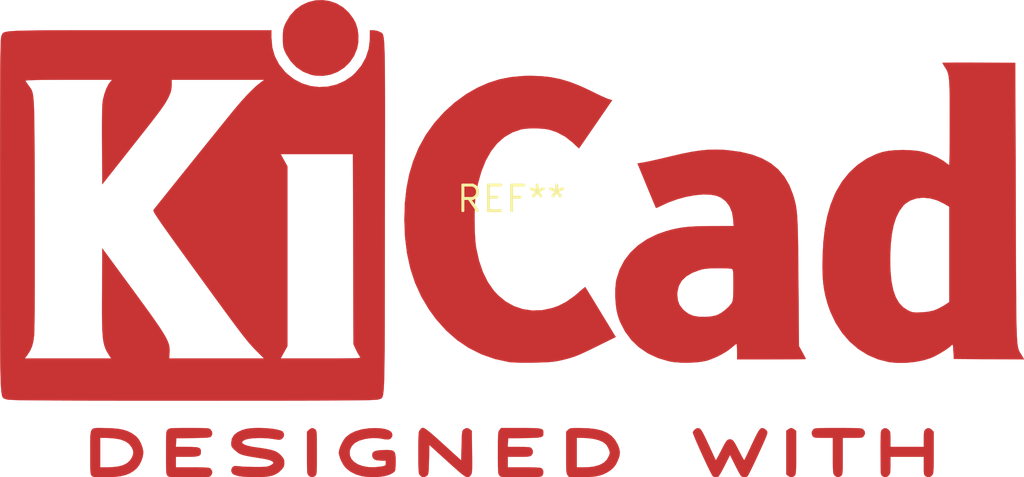
<source format=kicad_pcb>
(kicad_pcb (version 20240108) (generator pcbnew)
  (layers (0 "F.Cu" signal) (31 "B.Cu" signal) (34 "B.Paste" user) (35 "F.Paste" user) (36 "B.SilkS" user "B.Silkscreen") (37 "F.SilkS" user "F.Silkscreen") (38 "B.Mask" user) (39 "F.Mask" user) (44 "Edge.Cuts" user))
  (net 0 "")
  (footprint "KiCad-Logo2_20mm_Copper" (layer "F.Cu") (at 0 0)
    (property "Reference" "REF**")
    (property "Value" "KiCad-Logo2_20mm_Copper")
    (fp_poly (pts (xy 13.962047 11.396256) (xy 14.04109 11.44549) (xy 14.129926 11.517425) (xy 14.129926 12.589244) (xy 14.129643 12.902766) (xy 14.128431 13.149774) (xy 14.125746 13.339013) (xy 14.121043 13.479227) (xy 14.113778 13.57916) (xy 14.103405 13.647558) (xy 14.089381 13.693163) (xy 14.071161 13.724722) (xy 14.058242 13.740272) (xy 13.953446 13.808582) (xy 13.834111 13.805796) (xy 13.729576 13.747547) (xy 13.64074 13.675613) (xy 13.64074 11.517425) (xy 13.729576 11.44549) (xy 13.815315 11.393164) (xy 13.885333 11.373556) (xy 13.962047 11.396256)) (layer "F.Cu") (stroke (width 0.01)) (fill solid))
    (fp_poly (pts (xy -9.746074 11.448815) (xy -9.724138 11.474059) (xy -9.706931 11.506625) (xy -9.693879 11.555237) (xy -9.684412 11.628618) (xy -9.677958 11.735492) (xy -9.673943 11.884584) (xy -9.671797 12.084617) (xy -9.670947 12.344315) (xy -9.670815 12.596519) (xy -9.671047 12.909342) (xy -9.672125 13.15563) (xy -9.674621 13.344106) (xy -9.679106 13.483496) (xy -9.686153 13.582523) (xy -9.696334 13.64991) (xy -9.71022 13.694381) (xy -9.728385 13.724661) (xy -9.746074 13.744223) (xy -9.856086 13.809824) (xy -9.973304 13.803937) (xy -10.078182 13.73239) (xy -10.102279 13.704456) (xy -10.121112 13.672047) (xy -10.135328 13.626203) (xy -10.145577 13.557965) (xy -10.152507 13.458374) (xy -10.156766 13.318471) (xy -10.159002 13.129296) (xy -10.159864 12.881891) (xy -10.16 12.601791) (xy -10.16 11.558283) (xy -10.067637 11.46592) (xy -9.953788 11.388211) (xy -9.843353 11.385411) (xy -9.746074 11.448815)) (layer "F.Cu") (stroke (width 0.01)) (fill solid))
    (fp_poly (pts (xy -9.038074 -9.82526) (xy -8.696237 -9.706738) (xy -8.377974 -9.520185) (xy -8.093738 -9.265625) (xy -7.853979 -8.943082) (xy -7.746279 -8.739785) (xy -7.65307 -8.455428) (xy -7.607892 -8.127149) (xy -7.612896 -7.789658) (xy -7.668444 -7.483834) (xy -7.820269 -7.110127) (xy -8.04043 -6.785963) (xy -8.317736 -6.517721) (xy -8.640996 -6.311778) (xy -8.999023 -6.174513) (xy -9.380625 -6.112305) (xy -9.774612 -6.13153) (xy -9.968818 -6.172617) (xy -10.347308 -6.319849) (xy -10.683469 -6.544517) (xy -10.969191 -6.839695) (xy -11.196366 -7.198456) (xy -11.215586 -7.237635) (xy -11.282029 -7.384658) (xy -11.323748 -7.508483) (xy -11.346398 -7.639108) (xy -11.355636 -7.806534) (xy -11.357169 -7.98871) (xy -11.354634 -8.207586) (xy -11.34319 -8.365818) (xy -11.317083 -8.493746) (xy -11.270554 -8.621711) (xy -11.213121 -8.747961) (xy -10.998896 -9.10635) (xy -10.735086 -9.396534) (xy -10.432144 -9.618539) (xy -10.100521 -9.77239) (xy -9.750667 -9.85811) (xy -9.393034 -9.875725) (xy -9.038074 -9.82526)) (layer "F.Cu") (stroke (width 0.01)) (fill solid))
    (fp_poly (pts (xy 16.54355 11.373878) (xy 16.805908 11.375139) (xy 17.009543 11.377777) (xy 17.162723 11.382232) (xy 17.273715 11.388944) (xy 17.350787 11.398352) (xy 17.402206 11.410896) (xy 17.436239 11.427016) (xy 17.452709 11.439408) (xy 17.538189 11.54786) (xy 17.54853 11.660462) (xy 17.495705 11.762754) (xy 17.461161 11.80363) (xy 17.423988 11.831501) (xy 17.370116 11.848858) (xy 17.285475 11.85819) (xy 17.155993 11.861987) (xy 16.967601 11.862737) (xy 16.930602 11.862741) (xy 16.444148 11.862741) (xy 16.444148 12.765852) (xy 16.443827 13.050514) (xy 16.442372 13.269547) (xy 16.439041 13.43258) (xy 16.433095 13.549243) (xy 16.423791 13.629165) (xy 16.410389 13.681975) (xy 16.39215 13.717304) (xy 16.368888 13.744223) (xy 16.259113 13.810374) (xy 16.144515 13.805162) (xy 16.040589 13.729687) (xy 16.032953 13.720333) (xy 16.008096 13.684974) (xy 15.989158 13.643603) (xy 15.975338 13.586167) (xy 15.965835 13.502613) (xy 15.959848 13.382889) (xy 15.956574 13.216943) (xy 15.955214 12.994722) (xy 15.954963 12.741963) (xy 15.954963 11.862741) (xy 15.490424 11.862741) (xy 15.291073 11.861392) (xy 15.15306 11.856135) (xy 15.062495 11.845155) (xy 15.005487 11.826639) (xy 14.968144 11.798771) (xy 14.963609 11.793926) (xy 14.909084 11.683131) (xy 14.913906 11.557874) (xy 14.976592 11.448815) (xy 15.000835 11.427661) (xy 15.032091 11.410887) (xy 15.078696 11.397988) (xy 15.148987 11.388455) (xy 15.251297 11.381783) (xy 15.393962 11.377465) (xy 15.585318 11.374993) (xy 15.8337 11.37386) (xy 16.147443 11.373561) (xy 16.214201 11.373556) (xy 16.54355 11.373878)) (layer "F.Cu") (stroke (width 0.01)) (fill solid))
    (fp_poly (pts (xy 20.762745 11.391777) (xy 20.86734 11.46592) (xy 20.959703 11.558283) (xy 20.959703 12.589734) (xy 20.959462 12.895998) (xy 20.958318 13.136133) (xy 20.955642 13.319268) (xy 20.950803 13.454533) (xy 20.943173 13.551057) (xy 20.93212 13.617971) (xy 20.917017 13.664403) (xy 20.897232 13.699484) (xy 20.881713 13.720333) (xy 20.779276 13.802245) (xy 20.661655 13.811136) (xy 20.55415 13.760904) (xy 20.518627 13.731248) (xy 20.494881 13.691855) (xy 20.480559 13.628421) (xy 20.473304 13.52664) (xy 20.470761 13.372206) (xy 20.470518 13.252904) (xy 20.470518 12.803482) (xy 18.814814 12.803482) (xy 18.814814 13.212333) (xy 18.813102 13.399289) (xy 18.806252 13.527776) (xy 18.791693 13.614538) (xy 18.766854 13.676323) (xy 18.736824 13.720333) (xy 18.633814 13.802015) (xy 18.51732 13.811687) (xy 18.405795 13.75363) (xy 18.375347 13.723195) (xy 18.353842 13.682849) (xy 18.339658 13.620002) (xy 18.331173 13.522068) (xy 18.326764 13.376457) (xy 18.324811 13.170583) (xy 18.324582 13.123334) (xy 18.32297 12.735436) (xy 18.322138 12.415757) (xy 18.322409 12.157256) (xy 18.324103 11.952895) (xy 18.327541 11.795634) (xy 18.333043 11.678434) (xy 18.340931 11.594255) (xy 18.351525 11.536057) (xy 18.365146 11.496802) (xy 18.382114 11.469449) (xy 18.400888 11.448815) (xy 18.507093 11.382812) (xy 18.617856 11.391777) (xy 18.722451 11.46592) (xy 18.764776 11.513754) (xy 18.791755 11.566592) (xy 18.806809 11.641846) (xy 18.813355 11.756928) (xy 18.814813 11.929252) (xy 18.814814 11.93629) (xy 18.814814 12.314297) (xy 20.470518 12.314297) (xy 20.470518 11.919186) (xy 20.472208 11.737159) (xy 20.478993 11.614249) (xy 20.493452 11.534357) (xy 20.518158 11.481383) (xy 20.545777 11.448815) (xy 20.651982 11.382812) (xy 20.762745 11.391777)) (layer "F.Cu") (stroke (width 0.01)) (fill solid))
    (fp_poly (pts (xy 3.394363 11.374249) (xy 3.824294 11.388786) (xy 4.18997 11.432869) (xy 4.49742 11.509138) (xy 4.752673 11.620233) (xy 4.961758 11.768792) (xy 5.130706 11.957455) (xy 5.265545 12.18886) (xy 5.268197 12.194503) (xy 5.34867 12.40161) (xy 5.377342 12.585032) (xy 5.354105 12.769625) (xy 5.278847 12.980245) (xy 5.264574 13.012296) (xy 5.167241 13.199886) (xy 5.057852 13.344838) (xy 4.916673 13.468057) (xy 4.723967 13.590451) (xy 4.712772 13.59684) (xy 4.545015 13.677424) (xy 4.355404 13.737607) (xy 4.131756 13.779465) (xy 3.861884 13.805074) (xy 3.533606 13.816509) (xy 3.41762 13.817502) (xy 2.865314 13.819482) (xy 2.787323 13.720333) (xy 2.764189 13.68773) (xy 2.746142 13.649657) (xy 2.732552 13.596984) (xy 2.722789 13.520582) (xy 2.716224 13.41132) (xy 2.714083 13.330297) (xy 3.236148 13.330297) (xy 3.549089 13.330297) (xy 3.732213 13.324942) (xy 3.9202 13.310849) (xy 4.074485 13.290974) (xy 4.083798 13.289301) (xy 4.357828 13.215786) (xy 4.570379 13.105335) (xy 4.728175 12.952824) (xy 4.83794 12.753129) (xy 4.857027 12.700203) (xy 4.875736 12.617775) (xy 4.867636 12.536339) (xy 4.828223 12.428) (xy 4.804466 12.374779) (xy 4.726668 12.233352) (xy 4.632934 12.134132) (xy 4.529802 12.065038) (xy 4.323219 11.975124) (xy 4.058836 11.909993) (xy 3.750842 11.872488) (xy 3.527777 11.864235) (xy 3.236148 11.862741) (xy 3.236148 13.330297) (xy 2.714083 13.330297) (xy 2.712227 13.26007) (xy 2.710168 13.057702) (xy 2.709418 12.795086) (xy 2.709333 12.589734) (xy 2.709333 11.558283) (xy 2.801697 11.46592) (xy 2.842688 11.428481) (xy 2.887012 11.402842) (xy 2.948909 11.386801) (xy 3.042621 11.378155) (xy 3.18239 11.3747) (xy 3.382457 11.374234) (xy 3.394363 11.374249)) (layer "F.Cu") (stroke (width 0.01)) (fill solid))
    (fp_poly (pts (xy -20.404571 11.373553) (xy -20.272963 11.374891) (xy -19.887333 11.384195) (xy -19.564369 11.411834) (xy -19.293064 11.460773) (xy -19.06241 11.533975) (xy -18.8614 11.634407) (xy -18.679027 11.765033) (xy -18.613888 11.821775) (xy -18.505834 11.954544) (xy -18.4084 12.134709) (xy -18.333304 12.334412) (xy -18.292264 12.525797) (xy -18.288 12.596519) (xy -18.314722 12.792565) (xy -18.386331 13.006709) (xy -18.489997 13.209403) (xy -18.612887 13.371099) (xy -18.632848 13.390608) (xy -18.801928 13.527737) (xy -18.987083 13.634782) (xy -19.198987 13.71455) (xy -19.448314 13.769844) (xy -19.74574 13.803469) (xy -20.101938 13.818231) (xy -20.265093 13.819482) (xy -20.472539 13.818483) (xy -20.618425 13.814307) (xy -20.716438 13.805181) (xy -20.780264 13.789337) (xy -20.823591 13.765003) (xy -20.846815 13.744223) (xy -20.868751 13.718979) (xy -20.885959 13.686413) (xy -20.89901 13.637801) (xy -20.908477 13.56442) (xy -20.914932 13.457546) (xy -20.918947 13.308454) (xy -20.921093 13.108421) (xy -20.921943 12.848723) (xy -20.922074 12.596519) (xy -20.922903 12.260138) (xy -20.922724 11.991422) (xy -20.919523 11.862741) (xy -20.432889 11.862741) (xy -20.432889 13.330297) (xy -20.122445 13.330012) (xy -19.935643 13.324655) (xy -19.739996 13.310853) (xy -19.57676 13.291548) (xy -19.571794 13.290752) (xy -19.307971 13.226967) (xy -19.103341 13.127625) (xy -18.947684 12.98626) (xy -18.848783 12.833203) (xy -18.787844 12.663419) (xy -18.792569 12.503999) (xy -18.863292 12.333111) (xy -19.001629 12.156329) (xy -19.193327 12.025332) (xy -19.442499 11.937771) (xy -19.609025 11.906783) (xy -19.798054 11.885022) (xy -19.998397 11.869272) (xy -20.168796 11.862724) (xy -20.178889 11.862693) (xy -20.432889 11.862741) (xy -20.919523 11.862741) (xy -20.917534 11.782838) (xy -20.903327 11.626851) (xy -20.8761 11.515927) (xy -20.831852 11.442532) (xy -20.766578 11.399131) (xy -20.676276 11.37819) (xy -20.556941 11.372176) (xy -20.404571 11.373553)) (layer "F.Cu") (stroke (width 0.01)) (fill solid))
    (fp_poly (pts (xy -4.333713 11.388161) (xy -4.255159 11.434242) (xy -4.152449 11.509602) (xy -4.020259 11.617792) (xy -3.853265 11.762361) (xy -3.646143 11.946859) (xy -3.393571 12.174836) (xy -3.104445 12.436947) (xy -2.502371 12.982928) (xy -2.483556 12.250096) (xy -2.476763 11.997838) (xy -2.470209 11.809981) (xy -2.462445 11.675687) (xy -2.452019 11.584116) (xy -2.437483 11.524431) (xy -2.417386 11.485791) (xy -2.390278 11.457359) (xy -2.375906 11.44541) (xy -2.260804 11.382235) (xy -2.151275 11.391471) (xy -2.064391 11.445443) (xy -1.975556 11.517329) (xy -1.964507 12.56717) (xy -1.961449 12.875929) (xy -1.959893 13.11848) (xy -1.960377 13.303869) (xy -1.963441 13.441141) (xy -1.969624 13.539342) (xy -1.979464 13.607517) (xy -1.993501 13.65471) (xy -2.012273 13.689969) (xy -2.03309 13.718247) (xy -2.078131 13.770691) (xy -2.122944 13.805454) (xy -2.173747 13.818798) (xy -2.236754 13.80698) (xy -2.318181 13.766262) (xy -2.424244 13.692903) (xy -2.561159 13.583164) (xy -2.735141 13.433304) (xy -2.952405 13.239584) (xy -3.198519 13.016996) (xy -4.082815 12.214861) (xy -4.10163 12.945297) (xy -4.108435 13.197095) (xy -4.115005 13.384514) (xy -4.122798 13.518413) (xy -4.13327 13.609653) (xy -4.147878 13.669095) (xy -4.168081 13.707598) (xy -4.195334 13.736023) (xy -4.20928 13.747607) (xy -4.33255 13.811242) (xy -4.449025 13.801643) (xy -4.550454 13.720333) (xy -4.573657 13.687621) (xy -4.591742 13.649419) (xy -4.605343 13.596559) (xy -4.615097 13.519878) (xy -4.621641 13.410208) (xy -4.62561 13.258386) (xy -4.627641 13.055245) (xy -4.628369 12.79162) (xy -4.628445 12.596519) (xy -4.6282 12.291358) (xy -4.627042 12.052291) (xy -4.624335 11.870151) (xy -4.619443 11.735773) (xy -4.611728 11.639992) (xy -4.600557 11.573643) (xy -4.585292 11.527559) (xy -4.565297 11.492575) (xy -4.550454 11.472705) (xy -4.512831 11.425636) (xy -4.477669 11.390097) (xy -4.439644 11.369639) (xy -4.393433 11.36781) (xy -4.333713 11.388161)) (layer "F.Cu") (stroke (width 0.01)) (fill solid))
    (fp_poly (pts (xy -6.500271 11.391996) (xy -6.271882 11.430318) (xy -6.096475 11.48989) (xy -5.98236 11.568329) (xy -5.951264 11.613079) (xy -5.919642 11.71716) (xy -5.940922 11.811317) (xy -6.008101 11.900607) (xy -6.112484 11.942378) (xy -6.263942 11.938986) (xy -6.381087 11.916354) (xy -6.641396 11.873237) (xy -6.90742 11.869139) (xy -7.205182 11.904137) (xy -7.287431 11.918966) (xy -7.564304 11.997028) (xy -7.780908 12.113149) (xy -7.934871 12.265347) (xy -8.023815 12.451646) (xy -8.042211 12.547962) (xy -8.030169 12.743375) (xy -7.952431 12.916264) (xy -7.816078 13.063261) (xy -7.628195 13.180995) (xy -7.395865 13.266097) (xy -7.126173 13.315198) (xy -6.826201 13.324928) (xy -6.503033 13.291916) (xy -6.484786 13.288804) (xy -6.356248 13.264863) (xy -6.284979 13.241738) (xy -6.254088 13.207425) (xy -6.246686 13.149922) (xy -6.246519 13.119471) (xy -6.246519 12.99163) (xy -6.474771 12.99163) (xy -6.676332 12.977822) (xy -6.813883 12.933822) (xy -6.893915 12.855765) (xy -6.922922 12.739786) (xy -6.923276 12.724647) (xy -6.906305 12.625515) (xy -6.848108 12.554729) (xy -6.739796 12.507885) (xy -6.572476 12.480577) (xy -6.410408 12.470537) (xy -6.174853 12.464777) (xy -6.003993 12.473566) (xy -5.887463 12.506001) (xy -5.814898 12.571177) (xy -5.775933 12.678187) (xy -5.7602 12.836128) (xy -5.757334 13.04357) (xy -5.76203 13.275118) (xy -5.77616 13.43262) (xy -5.799785 13.516706) (xy -5.804371 13.523293) (xy -5.934092 13.628361) (xy -6.124286 13.711568) (xy -6.362895 13.771135) (xy -6.637861 13.805285) (xy -6.937128 13.812242) (xy -7.248638 13.790228) (xy -7.431852 13.763186) (xy -7.71922 13.681848) (xy -7.986305 13.548873) (xy -8.209923 13.376291) (xy -8.243911 13.341797) (xy -8.354339 13.196783) (xy -8.453979 13.01706) (xy -8.531188 12.828639) (xy -8.574328 12.657531) (xy -8.579526 12.591813) (xy -8.557392 12.454731) (xy -8.498561 12.284174) (xy -8.414321 12.104647) (xy -8.315962 11.940651) (xy -8.229062 11.831112) (xy -8.025881 11.668173) (xy -7.76323 11.538485) (xy -7.450522 11.444981) (xy -7.097168 11.390596) (xy -6.773334 11.377307) (xy -6.500271 11.391996)) (layer "F.Cu") (stroke (width 0.01)) (fill solid))
    (fp_poly (pts (xy 0.767809 11.374199) (xy 1.022338 11.377246) (xy 1.217389 11.384371) (xy 1.360851 11.397249) (xy 1.460611 11.417555) (xy 1.52456 11.446965) (xy 1.560586 11.487154) (xy 1.576578 11.539795) (xy 1.580424 11.606565) (xy 1.580444 11.61445) (xy 1.577105 11.689974) (xy 1.561321 11.748342) (xy 1.524445 11.791914) (xy 1.457827 11.823043) (xy 1.35282 11.844089) (xy 1.200775 11.857407) (xy 0.993044 11.865354) (xy 0.720979 11.870286) (xy 0.637591 11.871379) (xy -0.169334 11.881556) (xy -0.180619 12.097926) (xy -0.191904 12.314297) (xy 0.368586 12.314297) (xy 0.587555 12.315104) (xy 0.743907 12.318521) (xy 0.850278 12.326036) (xy 0.919302 12.339141) (xy 0.963615 12.359326) (xy 0.99585 12.388081) (xy 0.996056 12.388309) (xy 1.05452 12.500373) (xy 1.052407 12.621494) (xy 0.991048 12.724744) (xy 0.978905 12.735356) (xy 0.935805 12.762708) (xy 0.876746 12.781736) (xy 0.788567 12.793874) (xy 0.658108 12.800556) (xy 0.472208 12.803214) (xy 0.353312 12.803482) (xy -0.188149 12.803482) (xy -0.188149 13.330297) (xy 0.633871 13.330297) (xy 0.905268 13.330771) (xy 1.111367 13.332712) (xy 1.262123 13.336893) (xy 1.367494 13.344091) (xy 1.437438 13.355078) (xy 1.48191 13.370631) (xy 1.510869 13.391524) (xy 1.518167 13.399111) (xy 1.572049 13.504266) (xy 1.57599 13.623895) (xy 1.531787 13.727616) (xy 1.496812 13.760904) (xy 1.46043 13.779229) (xy 1.404056 13.793406) (xy 1.318776 13.803933) (xy 1.19567 13.811305) (xy 1.025821 13.81602) (xy 0.800314 13.818573) (xy 0.51023 13.81946) (xy 0.444648 13.819482) (xy 0.149703 13.819289) (xy -0.079243 13.818224) (xy -0.251452 13.815556) (xy -0.376184 13.810557) (xy -0.462699 13.802497) (xy -0.52026 13.790646) (xy -0.558126 13.774274) (xy -0.585558 13.752652) (xy -0.600609 13.737127) (xy -0.623262 13.709629) (xy -0.64096 13.675564) (xy -0.654313 13.626001) (xy -0.663929 13.552006) (xy -0.67042 13.444645) (xy -0.674395 13.294985) (xy -0.676464 13.094093) (xy -0.677237 12.833036) (xy -0.677334 12.613313) (xy -0.677097 12.305428) (xy -0.675973 12.063724) (xy -0.673341 11.879124) (xy -0.668581 11.742551) (xy -0.661071 11.644928) (xy -0.650191 11.577178) (xy -0.635321 11.530222) (xy -0.615839 11.494984) (xy -0.599343 11.472705) (xy -0.521353 11.373556) (xy 0.445913 11.373556) (xy 0.767809 11.374199)) (layer "F.Cu") (stroke (width 0.01)) (fill solid))
    (fp_poly (pts (xy -15.709314 11.373821) (xy -15.477952 11.375062) (xy -15.303321 11.377949) (xy -15.176157 11.383153) (xy -15.087197 11.391344) (xy -15.027176 11.403191) (xy -14.986831 11.419366) (xy -14.956898 11.440537) (xy -14.946059 11.450281) (xy -14.880142 11.553808) (xy -14.868272 11.672762) (xy -14.911635 11.778367) (xy -14.931686 11.79971) (xy -14.964117 11.820404) (xy -15.016335 11.836368) (xy -15.098025 11.848379) (xy -15.218869 11.857215) (xy -15.388551 11.863651) (xy -15.616754 11.868464) (xy -15.825389 11.871394) (xy -16.651112 11.881556) (xy -16.662397 12.097926) (xy -16.673682 12.314297) (xy -16.113192 12.314297) (xy -15.869862 12.316396) (xy -15.691722 12.325177) (xy -15.568758 12.344364) (xy -15.490959 12.377681) (xy -15.448313 12.428854) (xy -15.430807 12.501605) (xy -15.428149 12.569126) (xy -15.436411 12.651974) (xy -15.46759 12.713021) (xy -15.531276 12.755457) (xy -15.637059 12.782471) (xy -15.794529 12.797255) (xy -16.013276 12.802997) (xy -16.13267 12.803482) (xy -16.669926 12.803482) (xy -16.669926 13.330297) (xy -15.842074 13.330297) (xy -15.57071 13.330675) (xy -15.364472 13.332372) (xy -15.213228 13.336233) (xy -15.106846 13.343101) (xy -15.035196 13.353822) (xy -14.988144 13.369239) (xy -14.955559 13.390196) (xy -14.938963 13.405556) (xy -14.882033 13.495202) (xy -14.863704 13.574889) (xy -14.889876 13.672225) (xy -14.938963 13.744223) (xy -14.965152 13.766888) (xy -14.998959 13.784488) (xy -15.049479 13.79766) (xy -15.125804 13.807043) (xy -15.237029 13.813274) (xy -15.392248 13.816992) (xy -15.600556 13.818836) (xy -15.871045 13.819442) (xy -16.011408 13.819482) (xy -16.311992 13.819216) (xy -16.546412 13.817993) (xy -16.723762 13.815174) (xy -16.853134 13.810122) (xy -16.943624 13.802198) (xy -17.004325 13.790764) (xy -17.044332 13.775182) (xy -17.072738 13.754813) (xy -17.083852 13.744223) (xy -17.105849 13.7189) (xy -17.12309 13.686232) (xy -17.136152 13.637463) (xy -17.145613 13.56384) (xy -17.15205 13.456607) (xy -17.15604 13.307011) (xy -17.158161 13.106296) (xy -17.15899 12.84571) (xy -17.159112 12.603078) (xy -17.158999 12.292357) (xy -17.158218 12.048103) (xy -17.1561 11.861527) (xy -17.151978 11.723836) (xy -17.145186 11.62624) (xy -17.135056 11.559947) (xy -17.120921 11.516166) (xy -17.102115 11.486107) (xy -17.077969 11.460978) (xy -17.07202 11.455375) (xy -17.043151 11.430572) (xy -17.009607 11.411365) (xy -16.962083 11.397039) (xy -16.891276 11.386879) (xy -16.787879 11.380171) (xy -16.64259 11.376199) (xy -16.446103 11.374251) (xy -16.189114 11.37361) (xy -16.006671 11.373556) (xy -15.709314 11.373821)) (layer "F.Cu") (stroke (width 0.01)) (fill solid))
    (fp_poly (pts (xy 12.482217 11.380114) (xy 12.547516 11.403449) (xy 12.550035 11.404591) (xy 12.63871 11.472262) (xy 12.687567 11.541869) (xy 12.697127 11.574506) (xy 12.696655 11.617871) (xy 12.683202 11.679649) (xy 12.653822 11.767522) (xy 12.605565 11.889175) (xy 12.535483 12.05229) (xy 12.440628 12.264551) (xy 12.318052 12.533642) (xy 12.250583 12.68072) (xy 12.128751 12.943285) (xy 12.014382 13.184743) (xy 11.911841 13.396266) (xy 11.825492 13.569027) (xy 11.759702 13.694197) (xy 11.718835 13.762948) (xy 11.710748 13.772445) (xy 11.607278 13.814341) (xy 11.490404 13.80873) (xy 11.396667 13.757774) (xy 11.392849 13.75363) (xy 11.355561 13.697181) (xy 11.293013 13.587232) (xy 11.212919 13.437934) (xy 11.122989 13.263441) (xy 11.09067 13.199139) (xy 10.846714 12.7105) (xy 10.580802 13.241311) (xy 10.485889 13.424716) (xy 10.397832 13.583774) (xy 10.323826 13.706309) (xy 10.271063 13.780146) (xy 10.253182 13.795802) (xy 10.11419 13.817008) (xy 9.999498 13.772445) (xy 9.965761 13.72482) (xy 9.90738 13.618974) (xy 9.829117 13.465323) (xy 9.735735 13.274282) (xy 9.631997 13.056266) (xy 9.522665 12.82169) (xy 9.412502 12.580969) (xy 9.30627 12.344517) (xy 9.208732 12.122752) (xy 9.12465 11.926086) (xy 9.058788 11.764936) (xy 9.015907 11.649716) (xy 9.000771 11.590842) (xy 9.000925 11.588711) (xy 9.037754 11.514628) (xy 9.111367 11.439176) (xy 9.115702 11.435892) (xy 9.206177 11.384751) (xy 9.289862 11.385246) (xy 9.321227 11.394888) (xy 9.359447 11.415725) (xy 9.400034 11.456715) (xy 9.447858 11.52636) (xy 9.507787 11.633163) (xy 9.58469 11.785628) (xy 9.683435 11.992258) (xy 9.772484 12.182994) (xy 9.874935 12.404088) (xy 9.966739 12.602914) (xy 10.043126 12.769084) (xy 10.099329 12.892213) (xy 10.130577 12.961912) (xy 10.135134 12.972815) (xy 10.155632 12.954991) (xy 10.20274 12.880362) (xy 10.270191 12.75982) (xy 10.351717 12.604258) (xy 10.38416 12.540074) (xy 10.494059 12.323347) (xy 10.578812 12.165513) (xy 10.645375 12.057396) (xy 10.700702 11.98982) (xy 10.751748 11.953608) (xy 10.805469 11.939584) (xy 10.840477 11.938) (xy 10.902232 11.943472) (xy 10.956348 11.966105) (xy 11.010117 12.015221) (xy 11.070836 12.100146) (xy 11.145797 12.230202) (xy 11.242297 12.414715) (xy 11.295539 12.519676) (xy 11.381901 12.686957) (xy 11.457223 12.82568) (xy 11.514861 12.92414) (xy 11.548167 12.970632) (xy 11.552696 12.972568) (xy 11.574205 12.935978) (xy 11.622362 12.840967) (xy 11.692343 12.697479) (xy 11.779325 12.515459) (xy 11.878488 12.304848) (xy 11.927267 12.200238) (xy 12.054166 11.930262) (xy 12.15635 11.72252) (xy 12.239124 11.570236) (xy 12.307792 11.466631) (xy 12.36766 11.404927) (xy 12.424034 11.378348) (xy 12.482217 11.380114)) (layer "F.Cu") (stroke (width 0.01)) (fill solid))
    (fp_poly (pts (xy -12.305675 11.377837) (xy -12.056292 11.395271) (xy -11.824353 11.422501) (xy -11.623339 11.4585) (xy -11.466734 11.502244) (xy -11.368019 11.552709) (xy -11.352867 11.567563) (xy -11.300178 11.682834) (xy -11.316155 11.801172) (xy -11.397879 11.902418) (xy -11.401778 11.905319) (xy -11.449847 11.936515) (xy -11.500026 11.952919) (xy -11.570017 11.954911) (xy -11.677523 11.942872) (xy -11.840244 11.917182) (xy -11.853334 11.915018) (xy -12.095796 11.885231) (xy -12.35739 11.870538) (xy -12.619756 11.870395) (xy -12.864536 11.884263) (xy -13.07337 11.911598) (xy -13.2279 11.951858) (xy -13.238054 11.955904) (xy -13.35016 12.018716) (xy -13.389547 12.082282) (xy -13.358713 12.144798) (xy -13.260155 12.204458) (xy -13.09637 12.259456) (xy -12.869855 12.307986) (xy -12.718815 12.331352) (xy -12.404852 12.376296) (xy -12.155145 12.417381) (xy -11.959056 12.458165) (xy -11.805948 12.502204) (xy -11.685184 12.553058) (xy -11.586127 12.614282) (xy -11.49814 12.689435) (xy -11.427434 12.763236) (xy -11.34355 12.866064) (xy -11.302268 12.954483) (xy -11.289358 13.063422) (xy -11.288889 13.103318) (xy -11.298586 13.235706) (xy -11.337339 13.334198) (xy -11.40441 13.421619) (xy -11.54072 13.555252) (xy -11.692722 13.657164) (xy -11.871708 13.730677) (xy -12.088974 13.779116) (xy -12.355814 13.805803) (xy -12.683522 13.814062) (xy -12.73763 13.813922) (xy -12.956162 13.809392) (xy -13.172885 13.799099) (xy -13.364174 13.784521) (xy -13.506405 13.767133) (xy -13.517908 13.765136) (xy -13.65932 13.731638) (xy -13.779265 13.689321) (xy -13.847167 13.650635) (xy -13.910357 13.548572) (xy -13.914756 13.429726) (xy -13.860283 13.323813) (xy -13.848095 13.311836) (xy -13.797718 13.276253) (xy -13.734715 13.260921) (xy -13.637207 13.26353) (xy -13.518836 13.277091) (xy -13.386567 13.289206) (xy -13.201149 13.299427) (xy -12.984687 13.306844) (xy -12.759283 13.310547) (xy -12.7 13.310792) (xy -12.473758 13.309879) (xy -12.308181 13.305487) (xy -12.1887 13.296091) (xy -12.100746 13.280167) (xy -12.029751 13.256191) (xy -11.987087 13.236223) (xy -11.893334 13.180776) (xy -11.83356 13.13056) (xy -11.824824 13.116325) (xy -11.843254 13.057544) (xy -11.930867 13.00064) (xy -12.081592 12.948195) (xy -12.289358 12.902793) (xy -12.350571 12.892679) (xy -12.6703 12.842461) (xy -12.925471 12.800486) (xy -13.125932 12.763705) (xy -13.281533 12.729066) (xy -13.402122 12.69352) (xy -13.497548 12.654016) (xy -13.577661 12.607505) (xy -13.652308 12.550937) (xy -13.731339 12.48126) (xy -13.757933 12.456831) (xy -13.851175 12.365663) (xy -13.900532 12.29343) (xy -13.919841 12.210773) (xy -13.922963 12.10661) (xy -13.888584 11.90235) (xy -13.785839 11.728801) (xy -13.615317 11.586526) (xy -13.377609 11.476084) (xy -13.208 11.426547) (xy -13.023665 11.394553) (xy -12.802844 11.376453) (xy -12.55902 11.371223) (xy -12.305675 11.377837)) (layer "F.Cu") (stroke (width 0.01)) (fill solid))
    (fp_poly (pts (xy 1.458655 -6.098705) (xy 1.94951 -6.044968) (xy 2.425066 -5.948784) (xy 2.904667 -5.805138) (xy 3.40766 -5.609011) (xy 3.95339 -5.355388) (xy 4.051669 -5.306261) (xy 4.277206 -5.19515) (xy 4.489919 -5.095101) (xy 4.668813 -5.015668) (xy 4.792894 -4.966408) (xy 4.811955 -4.960206) (xy 4.994623 -4.905477) (xy 4.176926 -3.715911) (xy 3.97701 -3.425175) (xy 3.794231 -3.15955) (xy 3.634805 -2.928053) (xy 3.504948 -2.739703) (xy 3.410875 -2.603517) (xy 3.358802 -2.528515) (xy 3.350342 -2.516636) (xy 3.315981 -2.541472) (xy 3.231399 -2.616133) (xy 3.111723 -2.727058) (xy 3.045676 -2.789755) (xy 2.671471 -3.087387) (xy 2.251211 -3.313554) (xy 1.889068 -3.437438) (xy 1.671679 -3.476345) (xy 1.399489 -3.500054) (xy 1.104511 -3.508127) (xy 0.81876 -3.500123) (xy 0.574248 -3.475603) (xy 0.476678 -3.456825) (xy 0.036912 -3.305526) (xy -0.35937 -3.074507) (xy -0.711874 -2.764192) (xy -1.020306 -2.375002) (xy -1.284374 -1.90736) (xy -1.503784 -1.361688) (xy -1.678243 -0.738409) (xy -1.781925 -0.204839) (xy -1.808976 0.030711) (xy -1.827406 0.335007) (xy -1.837395 0.686182) (xy -1.839121 1.06237) (xy -1.832761 1.441703) (xy -1.818494 1.802314) (xy -1.796498 2.122337) (xy -1.76695 2.379904) (xy -1.760554 2.419644) (xy -1.619582 3.059767) (xy -1.427507 3.626306) (xy -1.183162 4.121797) (xy -0.885376 4.54878) (xy -0.674 4.779625) (xy -0.294124 5.093046) (xy 0.12248 5.325367) (xy 0.568784 5.475325) (xy 1.037761 5.541656) (xy 1.522383 5.523095) (xy 2.015622 5.418377) (xy 2.307233 5.315912) (xy 2.710776 5.110727) (xy 3.1267 4.816395) (xy 3.359682 4.617353) (xy 3.490502 4.502151) (xy 3.593284 4.417632) (xy 3.651788 4.376906) (xy 3.65905 4.375663) (xy 3.685162 4.417278) (xy 3.752821 4.527247) (xy 3.856262 4.696142) (xy 3.989722 4.914536) (xy 4.147438 5.173) (xy 4.323644 5.462108) (xy 4.421723 5.62316) (xy 5.170878 6.853669) (xy 4.235528 7.315916) (xy 3.89734 7.481954) (xy 3.623379 7.612882) (xy 3.396899 7.715204) (xy 3.201152 7.795422) (xy 3.019394 7.860038) (xy 2.834877 7.915555) (xy 2.630856 7.968476) (xy 2.435304 8.014949) (xy 2.261492 8.050909) (xy 2.07972 8.078085) (xy 1.871789 8.097985) (xy 1.619505 8.112116) (xy 1.304668 8.121987) (xy 1.092473 8.126248) (xy 0.789705 8.129156) (xy 0.499389 8.12769) (xy 0.240738 8.122267) (xy 0.032963 8.113306) (xy -0.104723 8.101225) (xy -0.112882 8.10002) (xy -0.827848 7.945341) (xy -1.499251 7.710749) (xy -2.126853 7.396398) (xy -2.710419 7.002444) (xy -3.249713 6.52904) (xy -3.744499 5.976342) (xy -4.102835 5.485125) (xy -4.484315 4.842164) (xy -4.792685 4.163159) (xy -5.029436 3.442667) (xy -5.19606 2.675243) (xy -5.294047 1.855445) (xy -5.324918 1.022999) (xy -5.299528 0.217723) (xy -5.21974 -0.525263) (xy -5.083019 -1.218491) (xy -4.886828 -1.874494) (xy -4.628634 -2.505804) (xy -4.597804 -2.571209) (xy -4.258157 -3.182601) (xy -3.840996 -3.764401) (xy -3.358141 -4.304567) (xy -2.82141 -4.791056) (xy -2.242623 -5.211826) (xy -1.703311 -5.520476) (xy -1.158493 -5.762217) (xy -0.612518 -5.937328) (xy -0.044252 -6.050579) (xy 0.567442 -6.106733) (xy 0.933154 -6.115013) (xy 1.458655 -6.098705)) (layer "F.Cu") (stroke (width 0.01)) (fill solid))
    (fp_poly (pts (xy 22.684945 -6.77397) (xy 23.07209 -6.772382) (xy 23.203673 -6.77158) (xy 25.013082 -6.759678) (xy 25.035842 0.182079) (xy 25.038848 1.123401) (xy 25.041514 1.978107) (xy 25.04401 2.750619) (xy 25.04651 3.445356) (xy 25.049182 4.066742) (xy 25.0522 4.619198) (xy 25.055733 5.107144) (xy 25.059954 5.535003) (xy 25.065033 5.907196) (xy 25.071142 6.228145) (xy 25.078452 6.502271) (xy 25.087134 6.733996) (xy 25.09736 6.927741) (xy 25.1093 7.087927) (xy 25.123126 7.218977) (xy 25.139009 7.325311) (xy 25.157121 7.411352) (xy 25.177632 7.48152) (xy 25.200714 7.540238) (xy 25.226538 7.591926) (xy 25.255275 7.641007) (xy 25.287097 7.691901) (xy 25.322175 7.749031) (xy 25.329365 7.761199) (xy 25.449993 7.967036) (xy 21.963261 7.94319) (xy 21.940501 7.560237) (xy 21.928109 7.376455) (xy 21.915195 7.270204) (xy 21.897672 7.228044) (xy 21.871454 7.236537) (xy 21.849462 7.26083) (xy 21.753661 7.349319) (xy 21.597522 7.463061) (xy 21.403042 7.588466) (xy 21.192219 7.711944) (xy 20.987053 7.819905) (xy 20.829522 7.890935) (xy 20.460457 8.007658) (xy 20.037011 8.09034) (xy 19.590444 8.135824) (xy 19.152018 8.140948) (xy 18.752992 8.102554) (xy 18.746422 8.101455) (xy 18.200422 7.964449) (xy 17.689313 7.746167) (xy 17.218024 7.451301) (xy 16.791487 7.084543) (xy 16.41463 6.650585) (xy 16.092383 6.15412) (xy 15.829676 5.599839) (xy 15.68664 5.189247) (xy 15.592315 4.845742) (xy 15.522364 4.513112) (xy 15.474649 4.17115) (xy 15.447031 3.799651) (xy 15.437371 3.378408) (xy 15.441649 3.034436) (xy 18.800543 3.034436) (xy 18.816437 3.61122) (xy 18.866578 4.107445) (xy 18.952506 4.527516) (xy 19.075764 4.875836) (xy 19.237896 5.156811) (xy 19.440444 5.374843) (xy 19.674243 5.528975) (xy 19.7959 5.586515) (xy 19.901412 5.621012) (xy 20.019046 5.636794) (xy 20.177071 5.638192) (xy 20.347311 5.632047) (xy 20.682102 5.602517) (xy 20.946891 5.544689) (xy 21.030107 5.515722) (xy 21.220125 5.43017) (xy 21.420538 5.322738) (xy 21.508064 5.26896) (xy 21.735663 5.119675) (xy 21.735663 0.387843) (xy 21.485304 0.237775) (xy 21.136153 0.068204) (xy 20.779431 -0.032081) (xy 20.428183 -0.063674) (xy 20.095455 -0.027164) (xy 19.794295 0.076855) (xy 19.537748 0.247793) (xy 19.454969 0.329843) (xy 19.255437 0.598686) (xy 19.09394 0.924118) (xy 18.969129 1.311718) (xy 18.879655 1.767064) (xy 18.824166 2.295735) (xy 18.801315 2.903307) (xy 18.800543 3.034436) (xy 15.441649 3.034436) (xy 15.443431 2.89126) (xy 15.481804 2.141931) (xy 15.558963 1.466046) (xy 15.676941 0.853761) (xy 15.837769 0.295229) (xy 16.043479 -0.219395) (xy 16.116886 -0.371964) (xy 16.412568 -0.869506) (xy 16.769884 -1.311654) (xy 17.180432 -1.691271) (xy 17.635813 -2.00122) (xy 18.127623 -2.234363) (xy 18.422432 -2.330536) (xy 18.711964 -2.38763) (xy 19.060341 -2.421599) (xy 19.438357 -2.432458) (xy 19.816808 -2.420223) (xy 20.166487 -2.384909) (xy 20.447253 -2.329508) (xy 20.781429 -2.220864) (xy 21.105325 -2.081155) (xy 21.388708 -1.924534) (xy 21.539535 -1.818237) (xy 21.643573 -1.739194) (xy 21.716422 -1.691065) (xy 21.732993 -1.68423) (xy 21.738131 -1.728265) (xy 21.742922 -1.854435) (xy 21.747259 -2.053836) (xy 21.751036 -2.317563) (xy 21.754147 -2.636711) (xy 21.756485 -3.002377) (xy 21.757946 -3.405656) (xy 21.758422 -3.816422) (xy 21.758156 -4.342541) (xy 21.756847 -4.786105) (xy 21.753731 -5.155599) (xy 21.748042 -5.459507) (xy 21.739015 -5.706313) (xy 21.725886 -5.904502) (xy 21.707889 -6.062558) (xy 21.684259 -6.188966) (xy 21.654232 -6.29221) (xy 21.617042 -6.380774) (xy 21.571923 -6.463142) (xy 21.518112 -6.547799) (xy 21.511189 -6.558281) (xy 21.441785 -6.667925) (xy 21.399883 -6.743321) (xy 21.394265 -6.759224) (xy 21.438171 -6.764242) (xy 21.563448 -6.768324) (xy 21.760429 -6.771403) (xy 22.019449 -6.773415) (xy 22.330843 -6.774293) (xy 22.684945 -6.77397)) (layer "F.Cu") (stroke (width 0.01)) (fill solid))
    (fp_poly (pts (xy 10.501585 -2.439387) (xy 10.72712 -2.422315) (xy 11.372403 -2.336463) (xy 11.943869 -2.199529) (xy 12.4443 -2.009629) (xy 12.876481 -1.76488) (xy 13.243194 -1.463397) (xy 13.547223 -1.103296) (xy 13.791352 -0.682693) (xy 13.969619 -0.227599) (xy 14.014869 -0.082431) (xy 14.054273 0.053512) (xy 14.088295 0.187548) (xy 14.117399 0.326998) (xy 14.14205 0.47918) (xy 14.162713 0.651412) (xy 14.179851 0.851015) (xy 14.19393 1.085305) (xy 14.205414 1.361603) (xy 14.214768 1.687227) (xy 14.222456 2.069496) (xy 14.228943 2.515729) (xy 14.234692 3.033245) (xy 14.24017 3.629363) (xy 14.244086 4.096774) (xy 14.27043 7.305914) (xy 14.441129 7.614739) (xy 14.521959 7.763518) (xy 14.58211 7.87908) (xy 14.610806 7.94059) (xy 14.611827 7.944757) (xy 14.567967 7.949525) (xy 14.443018 7.953919) (xy 14.246935 7.957814) (xy 13.989667 7.961088) (xy 13.681167 7.963616) (xy 13.331388 7.965275) (xy 12.950279 7.965942) (xy 12.904838 7.96595) (xy 11.197849 7.96595) (xy 11.197849 7.579032) (xy 11.194938 7.404178) (xy 11.187171 7.270451) (xy 11.175994 7.198752) (xy 11.171054 7.192114) (xy 11.125872 7.219917) (xy 11.032885 7.292885) (xy 10.912026 7.395359) (xy 10.909316 7.39773) (xy 10.688763 7.561933) (xy 10.410222 7.726815) (xy 10.105167 7.876177) (xy 9.805071 7.993821) (xy 9.672939 8.034024) (xy 9.409985 8.085086) (xy 9.087329 8.11767) (xy 8.734506 8.131311) (xy 8.381053 8.125545) (xy 8.056507 8.099908) (xy 7.82939 8.063018) (xy 7.272424 7.89946) (xy 6.771005 7.666365) (xy 6.328399 7.366623) (xy 5.947868 7.003127) (xy 5.632677 6.578769) (xy 5.386088 6.09644) (xy 5.279708 5.803763) (xy 5.213038 5.519294) (xy 5.168855 5.177797) (xy 5.148412 4.810773) (xy 5.149084 4.757367) (xy 8.227688 4.757367) (xy 8.253217 5.030088) (xy 8.338225 5.256737) (xy 8.495341 5.467013) (xy 8.555685 5.528672) (xy 8.7702 5.695368) (xy 9.018141 5.802156) (xy 9.315189 5.853849) (xy 9.627998 5.857654) (xy 9.92469 5.832523) (xy 10.151854 5.783368) (xy 10.25051 5.746448) (xy 10.428325 5.645826) (xy 10.616729 5.504315) (xy 10.788625 5.345492) (xy 10.916918 5.192933) (xy 10.950985 5.136969) (xy 10.977468 5.058595) (xy 10.996297 4.933888) (xy 11.008348 4.750933) (xy 11.0145 4.49782) (xy 11.01577 4.256925) (xy 11.01491 3.976073) (xy 11.011434 3.772998) (xy 11.004003 3.634443) (xy 10.991276 3.547154) (xy 10.971911 3.497876) (xy 10.944568 3.473354) (xy 10.936111 3.469449) (xy 10.862618 3.457421) (xy 10.717668 3.447583) (xy 10.520834 3.440822) (xy 10.29169 3.438025) (xy 10.241935 3.438022) (xy 9.935643 3.44291) (xy 9.699012 3.457449) (xy 9.510985 3.483628) (xy 9.355671 3.521863) (xy 8.97041 3.667559) (xy 8.668289 3.846684) (xy 8.446691 4.062103) (xy 8.303002 4.316683) (xy 8.234604 4.613287) (xy 8.227688 4.757367) (xy 5.149084 4.757367) (xy 5.15296 4.449723) (xy 5.183754 4.126148) (xy 5.207774 3.99542) (xy 5.36115 3.510029) (xy 5.594373 3.063423) (xy 5.903039 2.659886) (xy 6.282747 2.303702) (xy 6.729095 1.999153) (xy 7.237679 1.750524) (xy 7.670071 1.599545) (xy 7.959057 1.520226) (xy 8.23547 1.458592) (xy 8.517215 1.412642) (xy 8.822196 1.380374) (xy 9.168316 1.359786) (xy 9.573479 1.348877) (xy 9.939787 1.345805) (xy 11.02599 1.342831) (xy 11.005183 1.01633) (xy 10.946095 0.662071) (xy 10.820402 0.357572) (xy 10.633455 0.110436) (xy 10.390606 -0.071734) (xy 10.176773 -0.160627) (xy 9.870392 -0.216651) (xy 9.505657 -0.224696) (xy 9.099666 -0.187728) (xy 8.669518 -0.108714) (xy 8.232309 0.009382) (xy 7.805137 0.163592) (xy 7.494707 0.30463) (xy 7.345352 0.377052) (xy 7.231431 0.427634) (xy 7.173496 0.447371) (xy 7.170351 0.446738) (xy 7.150359 0.402529) (xy 7.100437 0.28535) (xy 7.025283 0.106425) (xy 6.929595 -0.123017) (xy 6.81807 -0.391751) (xy 6.704707 -0.666008) (xy 6.251495 -1.764453) (xy 6.573866 -1.817402) (xy 6.713591 -1.843969) (xy 6.923638 -1.888588) (xy 7.186013 -1.947211) (xy 7.482722 -2.015786) (xy 7.795772 -2.090263) (xy 7.92043 -2.120529) (xy 8.45973 -2.245615) (xy 8.931887 -2.339396) (xy 9.354525 -2.403769) (xy 9.74527 -2.440629) (xy 10.121748 -2.45187) (xy 10.501585 -2.439387)) (layer "F.Cu") (stroke (width 0.01)) (fill solid))
    (fp_poly (pts (xy -19.745743 -8.375764) (xy -18.868739 -8.375646) (xy -18.460505 -8.375628) (xy -11.926165 -8.375628) (xy -11.926165 -7.990444) (xy -11.885053 -7.521707) (xy -11.760973 -7.089402) (xy -11.55281 -6.69096) (xy -11.25945 -6.323811) (xy -11.160197 -6.224651) (xy -10.803159 -5.943382) (xy -10.409482 -5.738246) (xy -9.990861 -5.60915) (xy -9.558988 -5.556001) (xy -9.125555 -5.578706) (xy -8.702255 -5.677172) (xy -8.300781 -5.851304) (xy -7.932826 -6.101012) (xy -7.767572 -6.251665) (xy -7.459622 -6.62104) (xy -7.233806 -7.027231) (xy -7.092094 -7.465596) (xy -7.036453 -7.93149) (xy -7.035714 -7.977323) (xy -7.032796 -8.375613) (xy -6.857741 -8.37562) (xy -6.70245 -8.354545) (xy -6.560593 -8.303266) (xy -6.551218 -8.297968) (xy -6.519179 -8.281344) (xy -6.489757 -8.268397) (xy -6.462847 -8.255356) (xy -6.438342 -8.23845) (xy -6.416135 -8.213908) (xy -6.39612 -8.177959) (xy -6.378192 -8.126831) (xy -6.362243 -8.056755) (xy -6.348168 -7.963957) (xy -6.335859 -7.844668) (xy -6.325212 -7.695116) (xy -6.316118 -7.511531) (xy -6.308473 -7.29014) (xy -6.302169 -7.027173) (xy -6.2971 -6.718859) (xy -6.293161 -6.361427) (xy -6.290244 -5.951105) (xy -6.288244 -5.484122) (xy -6.287054 -4.956708) (xy -6.286567 -4.365091) (xy -6.286678 -3.705499) (xy -6.287279 -2.974163) (xy -6.288266 -2.167311) (xy -6.289531 -1.281171) (xy -6.290968 -0.311972) (xy -6.29247 0.744056) (xy -6.292645 0.872715) (xy -6.293992 1.935478) (xy -6.295135 2.910971) (xy -6.296195 3.802964) (xy -6.297294 4.615226) (xy -6.298551 5.351528) (xy -6.300088 6.015637) (xy -6.302027 6.611324) (xy -6.304488 7.142359) (xy -6.307592 7.612509) (xy -6.31146 8.025546) (xy -6.316214 8.385238) (xy -6.321975 8.695355) (xy -6.328863 8.959666) (xy -6.337 9.18194) (xy -6.346506 9.365948) (xy -6.357503 9.515458) (xy -6.370112 9.63424) (xy -6.384454 9.726063) (xy -6.40065 9.794696) (xy -6.418821 9.84391) (xy -6.439088 9.877474) (xy -6.461572 9.899156) (xy -6.486394 9.912726) (xy -6.513676 9.921955) (xy -6.543538 9.93061) (xy -6.576101 9.942462) (xy -6.584056 9.94607) (xy -6.609057 9.954177) (xy -6.650901 9.961626) (xy -6.713243 9.968443) (xy -6.799736 9.974655) (xy -6.914033 9.980288) (xy -7.059788 9.985368) (xy -7.240656 9.989923) (xy -7.46029 9.993979) (xy -7.722343 9.997561) (xy -8.030469 10.000698) (xy -8.388322 10.003415) (xy -8.799556 10.005739) (xy -9.267824 10.007696) (xy -9.79678 10.009312) (xy -10.390077 10.010616) (xy -11.05137 10.011632) (xy -11.784313 10.012387) (xy -12.592558 10.012909) (xy -13.47976 10.013223) (xy -14.449571 10.013355) (xy -15.505647 10.013334) (xy -15.84774 10.0133) (xy -16.927244 10.013127) (xy -17.919407 10.012844) (xy -18.827925 10.012421) (xy -19.656495 10.011831) (xy -20.408816 10.011044) (xy -21.088585 10.010031) (xy -21.699499 10.008763) (xy -22.245256 10.007212) (xy -22.729552 10.005349) (xy -23.156086 10.003144) (xy -23.528555 10.000569) (xy -23.850656 9.997595) (xy -24.126087 9.994193) (xy -24.358545 9.990334) (xy -24.551728 9.98599) (xy -24.709332 9.98113) (xy -24.835056 9.975727) (xy -24.932597 9.969752) (xy -25.005652 9.963176) (xy -25.057919 9.955969) (xy -25.093095 9.948103) (xy -25.112271 9.9409) (xy -25.146352 9.926527) (xy -25.177645 9.915928) (xy -25.206267 9.905339) (xy -25.232337 9.890995) (xy -25.255974 9.869133) (xy -25.277295 9.835989) (xy -25.29642 9.787799) (xy -25.313467 9.720798) (xy -25.328554 9.631222) (xy -25.3418 9.515308) (xy -25.353323 9.36929) (xy -25.363242 9.189407) (xy -25.371675 8.971892) (xy -25.378741 8.712982) (xy -25.384558 8.408913) (xy -25.389245 8.055921) (xy -25.390472 7.92043) (xy -24.175601 7.92043) (xy -19.881645 7.92043) (xy -19.964268 7.795251) (xy -20.046462 7.666613) (xy -20.116066 7.544116) (xy -20.174068 7.419187) (xy -20.221461 7.283255) (xy -20.259233 7.127746) (xy -20.288375 6.944088) (xy -20.309876 6.723708) (xy -20.324728 6.458033) (xy -20.333919 6.138492) (xy -20.33844 5.756512) (xy -20.339281 5.303519) (xy -20.337432 4.770943) (xy -20.336383 4.57322) (xy -20.324552 2.453539) (xy -18.981721 4.281684) (xy -18.601299 4.800306) (xy -18.271709 5.251905) (xy -17.989391 5.642464) (xy -17.750789 5.977967) (xy -17.552341 6.264395) (xy -17.390491 6.507733) (xy -17.261678 6.713964) (xy -17.162344 6.889069) (xy -17.088931 7.039033) (xy -17.037879 7.169838) (xy -17.00563 7.287467) (xy -16.988625 7.397903) (xy -16.983305 7.507129) (xy -16.986112 7.621128) (xy -16.986828 7.635457) (xy -17.001613 7.920621) (xy -14.648727 7.920525) (xy -12.295841 7.92043) (xy -12.64586 7.567499) (xy -12.74084 7.47097) (xy -12.830943 7.377042) (xy -12.920126 7.280537) (xy -13.01234 7.176274) (xy -13.111542 7.059072) (xy -13.221685 6.923752) (xy -13.346723 6.765134) (xy -13.490612 6.578038) (xy -13.657304 6.357283) (xy -13.850756 6.097689) (xy -14.07492 5.794077) (xy -14.333751 5.441266) (xy -14.631204 5.034077) (xy -14.971232 4.567328) (xy -15.357791 4.035841) (xy -15.674636 3.599866) (xy -16.072287 3.052153) (xy -16.41918 2.573262) (xy -16.718457 2.158645) (xy -16.973261 1.803756) (xy -17.186734 1.504049) (xy -17.362019 1.254977) (xy -17.502259 1.051993) (xy -17.610595 0.890551) (xy -17.690171 0.766104) (xy -17.744128 0.674105) (xy -17.77561 0.610007) (xy -17.787759 0.569264) (xy -17.784107 0.547844) (xy -17.739855 0.49084) (xy -17.64418 0.37018) (xy -17.502855 0.193034) (xy -17.321653 -0.033425) (xy -17.106346 -0.302026) (xy -16.862709 -0.605596) (xy -16.596514 -0.936963) (xy -16.313534 -1.288955) (xy -16.019542 -1.654401) (xy -15.720311 -2.026128) (xy -15.555725 -2.230466) (xy -11.469246 -2.230466) (xy -11.12957 -1.61595) (xy -11.12957 7.305914) (xy -11.469246 7.92043) (xy -9.460185 7.92043) (xy -8.980568 7.92029) (xy -8.584411 7.919661) (xy -8.264136 7.918225) (xy -8.012163 7.915666) (xy -7.820914 7.911667) (xy -7.682809 7.905911) (xy -7.590269 7.898081) (xy -7.535716 7.887862) (xy -7.511571 7.874935) (xy -7.510254 7.858985) (xy -7.524188 7.839695) (xy -7.524332 7.839536) (xy -7.581726 7.756512) (xy -7.657728 7.621517) (xy -7.724846 7.486758) (xy -7.852151 7.214874) (xy -7.865135 2.492204) (xy -7.878118 -2.230466) (xy -11.469246 -2.230466) (xy -15.555725 -2.230466) (xy -15.421615 -2.396965) (xy -15.129226 -2.759739) (xy -14.848916 -3.107278) (xy -14.586461 -3.432411) (xy -14.347631 -3.727965) (xy -14.138201 -3.986769) (xy -13.963943 -4.20165) (xy -13.830631 -4.365437) (xy -13.752329 -4.460932) (xy -13.448272 -4.818033) (xy -13.155753 -5.140283) (xy -12.885026 -5.417134) (xy -12.646341 -5.638034) (xy -12.476952 -5.773465) (xy -12.276664 -5.917563) (xy -16.883066 -5.917563) (xy -16.881773 -5.647256) (xy -16.894647 -5.448529) (xy -16.943047 -5.264289) (xy -17.01797 -5.08964) (xy -17.066673 -4.990974) (xy -17.119038 -4.893209) (xy -17.179847 -4.789856) (xy -17.253885 -4.674424) (xy -17.345935 -4.540424) (xy -17.460781 -4.381364) (xy -17.603205 -4.190756) (xy -17.777992 -3.962108) (xy -17.989925 -3.68893) (xy -18.243788 -3.364733) (xy -18.544364 -2.983026) (xy -18.896436 -2.537319) (xy -18.936201 -2.487028) (xy -20.324552 -0.731342) (xy -20.337993 -2.675797) (xy -20.340699 -3.258218) (xy -20.340123 -3.751283) (xy -20.336236 -4.156617) (xy -20.329011 -4.475846) (xy -20.318418 -4.710594) (xy -20.304431 -4.862487) (xy -20.29973 -4.8913) (xy -20.225973 -5.194805) (xy -20.129336 -5.468416) (xy -20.019061 -5.68841) (xy -19.952812 -5.781714) (xy -19.838503 -5.917563) (xy -22.007422 -5.917563) (xy -22.524808 -5.917121) (xy -22.957462 -5.915681) (xy -23.311689 -5.913076) (xy -23.593794 -5.909138) (xy -23.81008 -5.903699) (xy -23.966851 -5.896591) (xy -24.070413 -5.887646) (xy -24.127069 -5.876695) (xy -24.143123 -5.86357) (xy -24.142013 -5.860663) (xy -24.096034 -5.791261) (xy -24.019273 -5.681253) (xy -23.979559 -5.625616) (xy -23.938498 -5.570094) (xy -23.901592 -5.520443) (xy -23.868606 -5.471778) (xy -23.839309 -5.419211) (xy -23.813468 -5.357856) (xy -23.790851 -5.282828) (xy -23.771226 -5.189241) (xy -23.75436 -5.072208) (xy -23.740021 -4.926843) (xy -23.727976 -4.748261) (xy -23.717993 -4.531575) (xy -23.70984 -4.271898) (xy -23.703285 -3.964346) (xy -23.698094 -3.604031) (xy -23.694036 -3.186068) (xy -23.690879 -2.70557) (xy -23.688389 -2.157652) (xy -23.686335 -1.537428) (xy -23.684483 -0.840011) (xy -23.682603 -0.060514) (xy -23.680846 0.65559) (xy -23.679186 1.453921) (xy -23.678324 2.215604) (xy -23.678235 2.935773) (xy -23.678896 3.609563) (xy -23.680286 4.232108) (xy -23.682381 4.798544) (xy -23.685157 5.304006) (xy -23.688593 5.743628) (xy -23.692665 6.112545) (xy -23.69735 6.405892) (xy -23.702626 6.618804) (xy -23.708469 6.746416) (xy -23.709575 6.759902) (xy -23.749841 7.06928) (xy -23.812706 7.317744) (xy -23.908439 7.534584) (xy -24.047314 7.749087) (xy -24.064685 7.772491) (xy -24.175601 7.92043) (xy -25.390472 7.92043) (xy -25.39292 7.650242) (xy -25.395701 7.188111) (xy -25.397707 6.665765) (xy -25.399057 6.07944) (xy -25.399869 5.425371) (xy -25.40026 4.699795) (xy -25.400351 3.898947) (xy -25.40026 3.019063) (xy -25.400104 2.056379) (xy -25.400003 1.007132) (xy -25.4 0.798835) (xy -25.399941 -0.261463) (xy -25.399744 -1.234458) (xy -25.39938 -2.123887) (xy -25.39882 -2.933485) (xy -25.398036 -3.666991) (xy -25.396997 -4.32814) (xy -25.395676 -4.920668) (xy -25.394043 -5.448313) (xy -25.392069 -5.914811) (xy -25.389726 -6.323898) (xy -25.386984 -6.679311) (xy -25.383814 -6.984786) (xy -25.380187 -7.24406) (xy -25.376075 -7.46087) (xy -25.371448 -7.638951) (xy -25.366278 -7.782041) (xy -25.360535 -7.893876) (xy -25.354191 -7.978193) (xy -25.347216 -8.038727) (xy -25.339581 -8.079216) (xy -25.331258 -8.103396) (xy -25.33095 -8.103999) (xy -25.313807 -8.140938) (xy -25.299529 -8.17438) (xy -25.283735 -8.204498) (xy -25.262042 -8.231466) (xy -25.230072 -8.255457) (xy -25.183442 -8.276644) (xy -25.117771 -8.2952) (xy -25.028679 -8.311299) (xy -24.911784 -8.325114) (xy -24.762706 -8.336817) (xy -24.577062 -8.346583) (xy -24.350473 -8.354584) (xy -24.078558 -8.360994) (xy -23.756934 -8.365985) (xy -23.381222 -8.369731) (xy -22.947039 -8.372406) (xy -22.450006 -8.374182) (xy -21.885741 -8.375233) (xy -21.249862 -8.375731) (xy -20.53799 -8.375851) (xy -19.745743 -8.375764)) (layer "F.Cu") (stroke (width 0.01)) (fill solid))
  )
)
</source>
